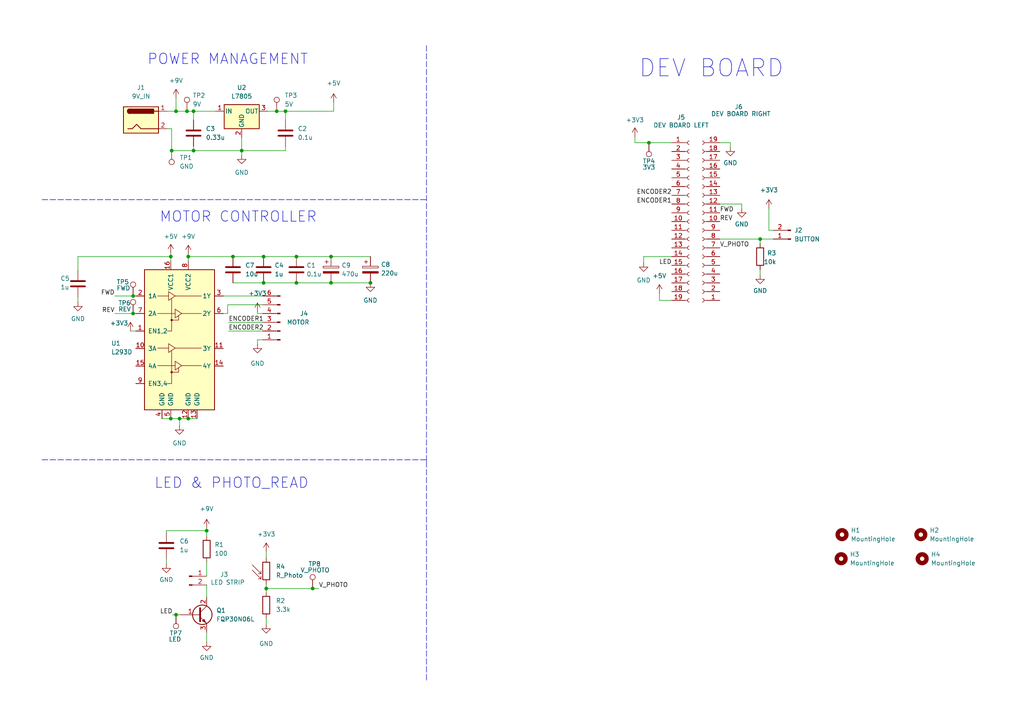
<source format=kicad_sch>
(kicad_sch (version 20211123) (generator eeschema)
  (paper "A4")
  (title_block (title "Smart Curtains") (date "2023-04-16") (rev "v2.0") (company "Davenport Konda Mauschbaugh Inc."))
  (lib_symbols
    (symbol "Connector:Barrel_Jack" (pin_names (offset 1.016))
      (property "Reference" "J" (at 0 5.334 0))
      (property "Value" "Barrel_Jack" (at 0 -5.08 0))
      (symbol "Barrel_Jack_0_1"
        (rectangle (start -5.08 3.81) (end 5.08 -3.81) (stroke (width 0.254)) (fill (type background)))
        (arc (start -3.302 3.175) (mid -3.937 2.54) (end -3.302 1.905) (stroke (width 0.254)))
        (arc (start -3.302 3.175) (mid -3.937 2.54) (end -3.302 1.905) (stroke (width 0.254)) (fill (type outline)))
        (polyline (pts (xy 5.08 2.54) (xy 3.81 2.54)) (stroke (width 0.254)))
        (polyline (pts (xy -3.81 -2.54) (xy -2.54 -2.54) (xy -1.27 -1.27) (xy 0 -2.54) (xy 2.54 -2.54) (xy 5.08 -2.54)) (stroke (width 0.254)))
        (rectangle (start 3.683 3.175) (end -3.302 1.905) (stroke (width 0.254)) (fill (type outline)))
      )
      (symbol "Barrel_Jack_1_1"
        (pin passive line (at 7.62 2.54 180) (length 2.54) (name "~") (number "1"))
        (pin passive line (at 7.62 -2.54 180) (length 2.54) (name "~") (number "2"))
      )
    )
    (symbol "Connector:Conn_01x02_Male" (pin_names (offset 1.016) hide)
      (property "Reference" "J" (at 0 2.54 0))
      (property "Value" "Conn_01x02_Male" (at 0 -5.08 0))
      (symbol "Conn_01x02_Male_1_1"
        (polyline (pts (xy 1.27 -2.54) (xy 0.8636 -2.54)) (stroke (width 0.1524)))
        (polyline (pts (xy 1.27 0) (xy 0.8636 0)) (stroke (width 0.1524)))
        (rectangle (start 0.8636 -2.413) (end 0 -2.667) (stroke (width 0.1524)) (fill (type outline)))
        (rectangle (start 0.8636 0.127) (end 0 -0.127) (stroke (width 0.1524)) (fill (type outline)))
        (pin passive line (at 5.08 0 180) (length 3.81) (name "Pin_1") (number "1"))
        (pin passive line (at 5.08 -2.54 180) (length 3.81) (name "Pin_2") (number "2"))
      )
    )
    (symbol "Connector:Conn_01x06_Male" (pin_names (offset 1.016) hide)
      (property "Reference" "J" (at 0 7.62 0))
      (property "Value" "Conn_01x06_Male" (at 0 -10.16 0))
      (symbol "Conn_01x06_Male_1_1"
        (polyline (pts (xy 1.27 -7.62) (xy 0.8636 -7.62)) (stroke (width 0.1524)))
        (polyline (pts (xy 1.27 -5.08) (xy 0.8636 -5.08)) (stroke (width 0.1524)))
        (polyline (pts (xy 1.27 -2.54) (xy 0.8636 -2.54)) (stroke (width 0.1524)))
        (polyline (pts (xy 1.27 0) (xy 0.8636 0)) (stroke (width 0.1524)))
        (polyline (pts (xy 1.27 2.54) (xy 0.8636 2.54)) (stroke (width 0.1524)))
        (polyline (pts (xy 1.27 5.08) (xy 0.8636 5.08)) (stroke (width 0.1524)))
        (rectangle (start 0.8636 -7.493) (end 0 -7.747) (stroke (width 0.1524)) (fill (type outline)))
        (rectangle (start 0.8636 -4.953) (end 0 -5.207) (stroke (width 0.1524)) (fill (type outline)))
        (rectangle (start 0.8636 -2.413) (end 0 -2.667) (stroke (width 0.1524)) (fill (type outline)))
        (rectangle (start 0.8636 0.127) (end 0 -0.127) (stroke (width 0.1524)) (fill (type outline)))
        (rectangle (start 0.8636 2.667) (end 0 2.413) (stroke (width 0.1524)) (fill (type outline)))
        (rectangle (start 0.8636 5.207) (end 0 4.953) (stroke (width 0.1524)) (fill (type outline)))
        (pin passive line (at 5.08 5.08 180) (length 3.81) (name "Pin_1") (number "1"))
        (pin passive line (at 5.08 2.54 180) (length 3.81) (name "Pin_2") (number "2"))
        (pin passive line (at 5.08 0 180) (length 3.81) (name "Pin_3") (number "3"))
        (pin passive line (at 5.08 -2.54 180) (length 3.81) (name "Pin_4") (number "4"))
        (pin passive line (at 5.08 -5.08 180) (length 3.81) (name "Pin_5") (number "5"))
        (pin passive line (at 5.08 -7.62 180) (length 3.81) (name "Pin_6") (number "6"))
      )
    )
    (symbol "Connector:Conn_01x19_Female" (pin_names (offset 1.016) hide)
      (property "Reference" "J" (at 0 25.4 0))
      (property "Value" "Conn_01x19_Female" (at 0 -25.4 0))
      (symbol "Conn_01x19_Female_1_1"
        (arc (start 0 -22.352) (mid -0.508 -22.86) (end 0 -23.368) (stroke (width 0.1524)))
        (arc (start 0 -19.812) (mid -0.508 -20.32) (end 0 -20.828) (stroke (width 0.1524)))
        (arc (start 0 -17.272) (mid -0.508 -17.78) (end 0 -18.288) (stroke (width 0.1524)))
        (arc (start 0 -14.732) (mid -0.508 -15.24) (end 0 -15.748) (stroke (width 0.1524)))
        (arc (start 0 -12.192) (mid -0.508 -12.7) (end 0 -13.208) (stroke (width 0.1524)))
        (arc (start 0 -9.652) (mid -0.508 -10.16) (end 0 -10.668) (stroke (width 0.1524)))
        (arc (start 0 -7.112) (mid -0.508 -7.62) (end 0 -8.128) (stroke (width 0.1524)))
        (arc (start 0 -4.572) (mid -0.508 -5.08) (end 0 -5.588) (stroke (width 0.1524)))
        (arc (start 0 -2.032) (mid -0.508 -2.54) (end 0 -3.048) (stroke (width 0.1524)))
        (polyline (pts (xy -1.27 -22.86) (xy -0.508 -22.86)) (stroke (width 0.1524)))
        (polyline (pts (xy -1.27 -20.32) (xy -0.508 -20.32)) (stroke (width 0.1524)))
        (polyline (pts (xy -1.27 -17.78) (xy -0.508 -17.78)) (stroke (width 0.1524)))
        (polyline (pts (xy -1.27 -15.24) (xy -0.508 -15.24)) (stroke (width 0.1524)))
        (polyline (pts (xy -1.27 -12.7) (xy -0.508 -12.7)) (stroke (width 0.1524)))
        (polyline (pts (xy -1.27 -10.16) (xy -0.508 -10.16)) (stroke (width 0.1524)))
        (polyline (pts (xy -1.27 -7.62) (xy -0.508 -7.62)) (stroke (width 0.1524)))
        (polyline (pts (xy -1.27 -5.08) (xy -0.508 -5.08)) (stroke (width 0.1524)))
        (polyline (pts (xy -1.27 -2.54) (xy -0.508 -2.54)) (stroke (width 0.1524)))
        (polyline (pts (xy -1.27 0) (xy -0.508 0)) (stroke (width 0.1524)))
        (polyline (pts (xy -1.27 2.54) (xy -0.508 2.54)) (stroke (width 0.1524)))
        (polyline (pts (xy -1.27 5.08) (xy -0.508 5.08)) (stroke (width 0.1524)))
        (polyline (pts (xy -1.27 7.62) (xy -0.508 7.62)) (stroke (width 0.1524)))
        (polyline (pts (xy -1.27 10.16) (xy -0.508 10.16)) (stroke (width 0.1524)))
        (polyline (pts (xy -1.27 12.7) (xy -0.508 12.7)) (stroke (width 0.1524)))
        (polyline (pts (xy -1.27 15.24) (xy -0.508 15.24)) (stroke (width 0.1524)))
        (polyline (pts (xy -1.27 17.78) (xy -0.508 17.78)) (stroke (width 0.1524)))
        (polyline (pts (xy -1.27 20.32) (xy -0.508 20.32)) (stroke (width 0.1524)))
        (polyline (pts (xy -1.27 22.86) (xy -0.508 22.86)) (stroke (width 0.1524)))
        (arc (start 0 0.508) (mid -0.508 0) (end 0 -0.508) (stroke (width 0.1524)))
        (arc (start 0 3.048) (mid -0.508 2.54) (end 0 2.032) (stroke (width 0.1524)))
        (arc (start 0 5.588) (mid -0.508 5.08) (end 0 4.572) (stroke (width 0.1524)))
        (arc (start 0 8.128) (mid -0.508 7.62) (end 0 7.112) (stroke (width 0.1524)))
        (arc (start 0 10.668) (mid -0.508 10.16) (end 0 9.652) (stroke (width 0.1524)))
        (arc (start 0 13.208) (mid -0.508 12.7) (end 0 12.192) (stroke (width 0.1524)))
        (arc (start 0 15.748) (mid -0.508 15.24) (end 0 14.732) (stroke (width 0.1524)))
        (arc (start 0 18.288) (mid -0.508 17.78) (end 0 17.272) (stroke (width 0.1524)))
        (arc (start 0 20.828) (mid -0.508 20.32) (end 0 19.812) (stroke (width 0.1524)))
        (arc (start 0 23.368) (mid -0.508 22.86) (end 0 22.352) (stroke (width 0.1524)))
        (pin passive line (at -5.08 22.86 0) (length 3.81) (name "Pin_1") (number "1"))
        (pin passive line (at -5.08 0 0) (length 3.81) (name "Pin_10") (number "10"))
        (pin passive line (at -5.08 -2.54 0) (length 3.81) (name "Pin_11") (number "11"))
        (pin passive line (at -5.08 -5.08 0) (length 3.81) (name "Pin_12") (number "12"))
        (pin passive line (at -5.08 -7.62 0) (length 3.81) (name "Pin_13") (number "13"))
        (pin passive line (at -5.08 -10.16 0) (length 3.81) (name "Pin_14") (number "14"))
        (pin passive line (at -5.08 -12.7 0) (length 3.81) (name "Pin_15") (number "15"))
        (pin passive line (at -5.08 -15.24 0) (length 3.81) (name "Pin_16") (number "16"))
        (pin passive line (at -5.08 -17.78 0) (length 3.81) (name "Pin_17") (number "17"))
        (pin passive line (at -5.08 -20.32 0) (length 3.81) (name "Pin_18") (number "18"))
        (pin passive line (at -5.08 -22.86 0) (length 3.81) (name "Pin_19") (number "19"))
        (pin passive line (at -5.08 20.32 0) (length 3.81) (name "Pin_2") (number "2"))
        (pin passive line (at -5.08 17.78 0) (length 3.81) (name "Pin_3") (number "3"))
        (pin passive line (at -5.08 15.24 0) (length 3.81) (name "Pin_4") (number "4"))
        (pin passive line (at -5.08 12.7 0) (length 3.81) (name "Pin_5") (number "5"))
        (pin passive line (at -5.08 10.16 0) (length 3.81) (name "Pin_6") (number "6"))
        (pin passive line (at -5.08 7.62 0) (length 3.81) (name "Pin_7") (number "7"))
        (pin passive line (at -5.08 5.08 0) (length 3.81) (name "Pin_8") (number "8"))
        (pin passive line (at -5.08 2.54 0) (length 3.81) (name "Pin_9") (number "9"))
      )
    )
    (symbol "Connector:TestPoint" (pin_numbers hide) (pin_names (offset 0.762) hide)
      (property "Reference" "TP" (at 0 6.858 0))
      (property "Value" "TestPoint" (at 0 5.08 0))
      (symbol "TestPoint_0_1"
        (circle (center 0 3.302) (radius 0.762))
      )
      (symbol "TestPoint_1_1"
        (pin passive line (at 0 0 90) (length 2.54) (name "1") (number "1"))
      )
    )
    (symbol "Device:C" (pin_numbers hide) (pin_names (offset 0.254))
      (property "Reference" "C" (at 0.635 2.54 0))
      (property "Value" "C" (at 0.635 -2.54 0))
      (symbol "C_0_1"
        (polyline (pts (xy -2.032 -0.762) (xy 2.032 -0.762)) (stroke (width 0.508)))
        (polyline (pts (xy -2.032 0.762) (xy 2.032 0.762)) (stroke (width 0.508)))
      )
      (symbol "C_1_1"
        (pin passive line (at 0 3.81 270) (length 2.794) (name "~") (number "1"))
        (pin passive line (at 0 -3.81 90) (length 2.794) (name "~") (number "2"))
      )
    )
    (symbol "Device:C_Polarized" (pin_numbers hide) (pin_names (offset 0.254))
      (property "Reference" "C" (at 0.635 2.54 0))
      (property "Value" "C_Polarized" (at 0.635 -2.54 0))
      (symbol "C_Polarized_0_1"
        (rectangle (start -2.286 0.508) (end 2.286 1.016))
        (polyline (pts (xy -1.778 2.286) (xy -0.762 2.286)))
        (polyline (pts (xy -1.27 2.794) (xy -1.27 1.778)))
        (rectangle (start 2.286 -0.508) (end -2.286 -1.016) (fill (type outline)))
      )
      (symbol "C_Polarized_1_1"
        (pin passive line (at 0 3.81 270) (length 2.794) (name "~") (number "1"))
        (pin passive line (at 0 -3.81 90) (length 2.794) (name "~") (number "2"))
      )
    )
    (symbol "Device:Q_NPN_BCE" (pin_names (offset 0) hide)
      (property "Reference" "Q" (at 5.08 1.27 0))
      (property "Value" "Q_NPN_BCE" (at 5.08 -1.27 0))
      (symbol "Q_NPN_BCE_0_1"
        (polyline (pts (xy 0.635 0.635) (xy 2.54 2.54)))
        (polyline (pts (xy 0.635 -0.635) (xy 2.54 -2.54) (xy 2.54 -2.54)))
        (polyline (pts (xy 0.635 1.905) (xy 0.635 -1.905) (xy 0.635 -1.905)) (stroke (width 0.508)))
        (polyline (pts (xy 1.27 -1.778) (xy 1.778 -1.27) (xy 2.286 -2.286) (xy 1.27 -1.778) (xy 1.27 -1.778)) (fill (type outline)))
        (circle (center 1.27 0) (radius 2.8194) (stroke (width 0.254)))
      )
      (symbol "Q_NPN_BCE_1_1"
        (pin input line (at -5.08 0 0) (length 5.715) (name "B") (number "1"))
        (pin passive line (at 2.54 5.08 270) (length 2.54) (name "C") (number "2"))
        (pin passive line (at 2.54 -5.08 90) (length 2.54) (name "E") (number "3"))
      )
    )
    (symbol "Device:R" (pin_numbers hide) (pin_names (offset 0))
      (property "Reference" "R" (at 2.032 0 90))
      (property "Value" "R" (at 0 0 90))
      (symbol "R_0_1"
        (rectangle (start -1.016 -2.54) (end 1.016 2.54) (stroke (width 0.254)))
      )
      (symbol "R_1_1"
        (pin passive line (at 0 3.81 270) (length 1.27) (name "~") (number "1"))
        (pin passive line (at 0 -3.81 90) (length 1.27) (name "~") (number "2"))
      )
    )
    (symbol "Device:R_Photo" (pin_numbers hide) (pin_names (offset 0))
      (property "Reference" "R" (at 1.27 1.27 0))
      (property "Value" "R_Photo" (at 1.27 0 0))
      (symbol "R_Photo_0_1"
        (rectangle (start -1.016 2.54) (end 1.016 -2.54) (stroke (width 0.254)))
        (polyline (pts (xy -1.524 -2.286) (xy -4.064 0.254)))
        (polyline (pts (xy -1.524 -2.286) (xy -2.286 -2.286)))
        (polyline (pts (xy -1.524 -2.286) (xy -1.524 -1.524)))
        (polyline (pts (xy -1.524 -0.762) (xy -4.064 1.778)))
        (polyline (pts (xy -1.524 -0.762) (xy -2.286 -0.762)))
        (polyline (pts (xy -1.524 -0.762) (xy -1.524 0)))
      )
      (symbol "R_Photo_1_1"
        (pin passive line (at 0 3.81 270) (length 1.27) (name "~") (number "1"))
        (pin passive line (at 0 -3.81 90) (length 1.27) (name "~") (number "2"))
      )
    )
    (symbol "Driver_Motor:L293D" (pin_names (offset 1.016))
      (property "Reference" "U" (at -5.08 26.035 0))
      (property "Value" "L293D" (at -5.08 24.13 0))
      (symbol "L293D_0_1"
        (rectangle (start -10.16 22.86) (end 10.16 -17.78) (stroke (width 0.254)) (fill (type background)))
        (circle (center -2.286 -6.858) (radius 0.254) (fill (type outline)))
        (circle (center -2.286 8.255) (radius 0.254) (fill (type outline)))
        (polyline (pts (xy -6.35 -4.953) (xy -1.27 -4.953)))
        (polyline (pts (xy -6.35 0.127) (xy -3.175 0.127)))
        (polyline (pts (xy -6.35 10.16) (xy -1.27 10.16)))
        (polyline (pts (xy -6.35 15.24) (xy -3.175 15.24)))
        (polyline (pts (xy -1.27 0.127) (xy 6.35 0.127)))
        (polyline (pts (xy -1.27 15.24) (xy 6.35 15.24)))
        (polyline (pts (xy 0.635 -4.953) (xy 6.35 -4.953)))
        (polyline (pts (xy 0.635 10.16) (xy 6.35 10.16)))
        (polyline (pts (xy -2.286 -6.858) (xy -0.254 -6.858) (xy -0.254 -5.588)))
        (polyline (pts (xy -2.286 -0.635) (xy -2.286 -10.16) (xy -3.556 -10.16)))
        (polyline (pts (xy -2.286 8.255) (xy -0.254 8.255) (xy -0.254 9.525)))
        (polyline (pts (xy -2.286 14.478) (xy -2.286 5.08) (xy -3.556 5.08)))
        (polyline (pts (xy -3.175 1.397) (xy -3.175 -1.143) (xy -1.27 0.127) (xy -3.175 1.397)))
        (polyline (pts (xy -3.175 16.51) (xy -3.175 13.97) (xy -1.27 15.24) (xy -3.175 16.51)))
        (polyline (pts (xy -1.27 -3.683) (xy -1.27 -6.223) (xy 0.635 -4.953) (xy -1.27 -3.683)))
        (polyline (pts (xy -1.27 11.43) (xy -1.27 8.89) (xy 0.635 10.16) (xy -1.27 11.43)))
      )
      (symbol "L293D_1_1"
        (pin input line (at -12.7 5.08 0) (length 2.54) (name "EN1,2") (number "1"))
        (pin input line (at -12.7 0 0) (length 2.54) (name "3A") (number "10"))
        (pin output line (at 12.7 0 180) (length 2.54) (name "3Y") (number "11"))
        (pin power_in line (at 2.54 -20.32 90) (length 2.54) (name "GND") (number "12"))
        (pin power_in line (at 5.08 -20.32 90) (length 2.54) (name "GND") (number "13"))
        (pin output line (at 12.7 -5.08 180) (length 2.54) (name "4Y") (number "14"))
        (pin input line (at -12.7 -5.08 0) (length 2.54) (name "4A") (number "15"))
        (pin power_in line (at -2.54 25.4 270) (length 2.54) (name "VCC1") (number "16"))
        (pin input line (at -12.7 15.24 0) (length 2.54) (name "1A") (number "2"))
        (pin output line (at 12.7 15.24 180) (length 2.54) (name "1Y") (number "3"))
        (pin power_in line (at -5.08 -20.32 90) (length 2.54) (name "GND") (number "4"))
        (pin power_in line (at -2.54 -20.32 90) (length 2.54) (name "GND") (number "5"))
        (pin output line (at 12.7 10.16 180) (length 2.54) (name "2Y") (number "6"))
        (pin input line (at -12.7 10.16 0) (length 2.54) (name "2A") (number "7"))
        (pin power_in line (at 2.54 25.4 270) (length 2.54) (name "VCC2") (number "8"))
        (pin input line (at -12.7 -10.16 0) (length 2.54) (name "EN3,4") (number "9"))
      )
    )
    (symbol "Mechanical:MountingHole" (pin_names (offset 1.016))
      (property "Reference" "H" (at 0 5.08 0))
      (property "Value" "MountingHole" (at 0 3.175 0))
      (symbol "MountingHole_0_1"
        (circle (center 0 0) (radius 1.27) (stroke (width 1.27)))
      )
    )
    (symbol "Regulator_Linear:L7805" (pin_names (offset 0.254))
      (property "Reference" "U" (at -3.81 3.175 0))
      (property "Value" "L7805" (at 0 3.175 0))
      (symbol "L7805_0_1"
        (rectangle (start -5.08 1.905) (end 5.08 -5.08) (stroke (width 0.254)) (fill (type background)))
      )
      (symbol "L7805_1_1"
        (pin power_in line (at -7.62 0 0) (length 2.54) (name "IN") (number "1"))
        (pin power_in line (at 0 -7.62 90) (length 2.54) (name "GND") (number "2"))
        (pin power_out line (at 7.62 0 180) (length 2.54) (name "OUT") (number "3"))
      )
    )
    (symbol "power:+3V3" (power) (pin_names (offset 0))
      (property "Value" "+3V3" (at 0 3.556 0))
      (symbol "+3V3_0_1"
        (polyline (pts (xy -0.762 1.27) (xy 0 2.54)))
        (polyline (pts (xy 0 0) (xy 0 2.54)))
        (polyline (pts (xy 0 2.54) (xy 0.762 1.27)))
      )
      (symbol "+3V3_1_1"
        (pin power_in line (at 0 0 90) (length 0) hide (name "+3V3") (number "1"))
      )
    )
    (symbol "power:+5V" (power) (pin_names (offset 0))
      (property "Value" "+5V" (at 0 3.556 0))
      (symbol "+5V_0_1"
        (polyline (pts (xy -0.762 1.27) (xy 0 2.54)))
        (polyline (pts (xy 0 0) (xy 0 2.54)))
        (polyline (pts (xy 0 2.54) (xy 0.762 1.27)))
      )
      (symbol "+5V_1_1"
        (pin power_in line (at 0 0 90) (length 0) hide (name "+5V") (number "1"))
      )
    )
    (symbol "power:+9V" (power) (pin_names (offset 0))
      (property "Value" "+9V" (at 0 3.556 0))
      (symbol "+9V_0_1"
        (polyline (pts (xy -0.762 1.27) (xy 0 2.54)))
        (polyline (pts (xy 0 0) (xy 0 2.54)))
        (polyline (pts (xy 0 2.54) (xy 0.762 1.27)))
      )
      (symbol "+9V_1_1"
        (pin power_in line (at 0 0 90) (length 0) hide (name "+9V") (number "1"))
      )
    )
    (symbol "power:GND" (power) (pin_names (offset 0))
      (property "Value" "GND" (at 0 -3.81 0))
      (symbol "GND_0_1"
        (polyline (pts (xy 0 0) (xy 0 -1.27) (xy 1.27 -1.27) (xy 0 -2.54) (xy -1.27 -1.27) (xy 0 -1.27)))
      )
      (symbol "GND_1_1"
        (pin power_in line (at 0 0 270) (length 0) hide (name "GND") (number "1"))
      )
    )
  )
  (junction (at 51.054 32.258))
  (junction (at 70.104 43.688))
  (junction (at 85.979 74.422))
  (junction (at 85.979 82.042))
  (junction (at 54.61 74.422))
  (junction (at 52.07 121.412))
  (junction (at 54.229 32.258))
  (junction (at 67.564 74.422))
  (junction (at 59.944 153.924))
  (junction (at 96.012 82.042))
  (junction (at 220.472 69.342))
  (junction (at 49.53 74.422))
  (junction (at 38.608 85.852))
  (junction (at 38.608 90.932))
  (junction (at 96.012 74.422))
  (junction (at 56.134 43.688))
  (junction (at 77.216 170.688))
  (junction (at 49.53 121.412))
  (junction (at 76.454 74.422))
  (junction (at 54.61 121.412))
  (junction (at 49.784 43.688))
  (junction (at 82.804 32.258))
  (junction (at 80.264 32.258))
  (junction (at 56.134 32.258))
  (junction (at 188.214 41.402))
  (junction (at 51.054 178.308))
  (junction (at 107.442 82.042))
  (junction (at 76.454 82.042))
  (junction (at 90.678 170.688))
  (wire (pts (xy 76.454 82.042) (xy 85.979 82.042)))
  (wire (pts (xy 194.818 41.402) (xy 188.214 41.402)))
  (wire (pts (xy 82.804 32.258) (xy 82.804 34.798)))
  (wire (pts (xy 96.012 82.042) (xy 107.442 82.042)))
  (wire (pts (xy 33.274 90.932) (xy 38.608 90.932)))
  (wire (pts (xy 54.61 73.66) (xy 54.61 74.422)))
  (polyline (pts (xy 12.192 57.912) (xy 123.698 57.912)))
  (wire (pts (xy 70.104 43.688) (xy 70.104 44.958)))
  (wire (pts (xy 77.216 169.418) (xy 77.216 170.688)))
  (wire (pts (xy 59.944 169.672) (xy 59.944 173.228)))
  (wire (pts (xy 184.15 39.624) (xy 184.15 41.402)))
  (wire (pts (xy 215.138 59.182) (xy 215.138 60.452)))
  (wire (pts (xy 208.788 59.182) (xy 215.138 59.182)))
  (wire (pts (xy 191.262 85.09) (xy 191.262 87.122)))
  (wire (pts (xy 76.454 74.422) (xy 85.979 74.422)))
  (wire (pts (xy 59.944 153.162) (xy 59.944 153.924)))
  (wire (pts (xy 59.944 153.924) (xy 59.944 155.448)))
  (wire (pts (xy 85.979 74.422) (xy 96.012 74.422)))
  (wire (pts (xy 223.012 60.452) (xy 223.012 66.802)))
  (wire (pts (xy 50.038 178.308) (xy 51.054 178.308)))
  (wire (pts (xy 38.608 85.852) (xy 39.37 85.852)))
  (wire (pts (xy 52.07 121.412) (xy 54.61 121.412)))
  (wire (pts (xy 208.788 69.342) (xy 220.472 69.342)))
  (wire (pts (xy 56.134 43.688) (xy 70.104 43.688)))
  (wire (pts (xy 54.61 121.412) (xy 57.15 121.412)))
  (wire (pts (xy 59.944 183.388) (xy 59.944 186.182)))
  (wire (pts (xy 186.69 74.422) (xy 186.69 76.2)))
  (wire (pts (xy 224.282 66.802) (xy 223.012 66.802)))
  (wire (pts (xy 54.61 74.422) (xy 54.61 75.692)))
  (wire (pts (xy 46.99 121.412) (xy 49.53 121.412)))
  (wire (pts (xy 70.104 43.688) (xy 82.804 43.688)))
  (wire (pts (xy 56.134 32.258) (xy 62.484 32.258)))
  (wire (pts (xy 194.818 74.422) (xy 186.69 74.422)))
  (wire (pts (xy 48.26 153.924) (xy 59.944 153.924)))
  (wire (pts (xy 48.26 162.052) (xy 48.26 163.576)))
  (wire (pts (xy 220.472 69.342) (xy 220.472 70.612)))
  (wire (pts (xy 82.804 42.418) (xy 82.804 43.688)))
  (wire (pts (xy 76.2 98.552) (xy 74.676 98.552)))
  (wire (pts (xy 82.804 32.258) (xy 96.774 32.258)))
  (wire (pts (xy 66.04 90.932) (xy 64.77 90.932)))
  (wire (pts (xy 90.678 170.688) (xy 92.456 170.688)))
  (wire (pts (xy 56.134 42.418) (xy 56.134 43.688)))
  (wire (pts (xy 48.514 32.258) (xy 51.054 32.258)))
  (wire (pts (xy 64.77 85.852) (xy 76.2 85.852)))
  (wire (pts (xy 38.608 90.932) (xy 39.37 90.932)))
  (wire (pts (xy 48.26 154.432) (xy 48.26 153.924)))
  (wire (pts (xy 77.216 160.02) (xy 77.216 161.798)))
  (wire (pts (xy 51.054 32.258) (xy 54.229 32.258)))
  (wire (pts (xy 33.274 85.852) (xy 38.608 85.852)))
  (wire (pts (xy 54.61 74.422) (xy 67.564 74.422)))
  (wire (pts (xy 211.836 41.402) (xy 211.836 42.672)))
  (wire (pts (xy 208.788 41.402) (xy 211.836 41.402)))
  (wire (pts (xy 96.012 74.422) (xy 107.442 74.422)))
  (wire (pts (xy 66.04 88.392) (xy 76.2 88.392)))
  (wire (pts (xy 188.214 41.402) (xy 184.15 41.402)))
  (wire (pts (xy 74.676 98.552) (xy 74.676 99.822)))
  (wire (pts (xy 74.676 90.424) (xy 74.676 90.932)))
  (wire (pts (xy 49.53 73.406) (xy 49.53 74.422)))
  (wire (pts (xy 85.979 82.042) (xy 96.012 82.042)))
  (wire (pts (xy 77.724 32.258) (xy 80.264 32.258)))
  (wire (pts (xy 48.514 37.338) (xy 49.784 37.338)))
  (wire (pts (xy 54.229 32.258) (xy 56.134 32.258)))
  (wire (pts (xy 77.216 179.324) (xy 77.216 181.102)))
  (wire (pts (xy 66.294 93.472) (xy 76.2 93.472)))
  (polyline (pts (xy 377.571 34.798) (xy 378.206 34.798)))
  (wire (pts (xy 80.264 32.258) (xy 82.804 32.258)))
  (wire (pts (xy 66.04 88.392) (xy 66.04 90.932)))
  (wire (pts (xy 51.054 178.308) (xy 52.324 178.308)))
  (wire (pts (xy 52.07 121.412) (xy 52.07 123.444)))
  (wire (pts (xy 220.472 78.232) (xy 220.472 79.756)))
  (wire (pts (xy 77.216 170.688) (xy 90.678 170.688)))
  (polyline (pts (xy 12.192 133.35) (xy 123.698 133.35)))
  (wire (pts (xy 49.784 43.688) (xy 56.134 43.688)))
  (polyline (pts (xy 123.698 13.208) (xy 123.698 133.858)))
  (wire (pts (xy 49.784 37.338) (xy 49.784 43.688)))
  (wire (pts (xy 49.53 74.422) (xy 49.53 75.692)))
  (wire (pts (xy 67.564 82.042) (xy 76.454 82.042)))
  (wire (pts (xy 191.262 87.122) (xy 194.818 87.122)))
  (wire (pts (xy 49.53 121.412) (xy 52.07 121.412)))
  (wire (pts (xy 59.944 163.068) (xy 59.944 167.132)))
  (wire (pts (xy 22.606 74.422) (xy 22.606 78.486)))
  (wire (pts (xy 77.216 170.688) (xy 77.216 171.704)))
  (wire (pts (xy 37.846 96.012) (xy 39.37 96.012)))
  (wire (pts (xy 96.774 29.718) (xy 96.774 32.258)))
  (wire (pts (xy 70.104 39.878) (xy 70.104 43.688)))
  (wire (pts (xy 22.606 86.106) (xy 22.606 87.63)))
  (polyline (pts (xy 123.698 133.858) (xy 123.698 197.358)))
  (wire (pts (xy 76.2 90.932) (xy 74.676 90.932)))
  (wire (pts (xy 67.564 74.422) (xy 76.454 74.422)))
  (wire (pts (xy 56.134 32.258) (xy 56.134 34.798)))
  (wire (pts (xy 51.054 28.448) (xy 51.054 32.258)))
  (wire (pts (xy 66.294 96.012) (xy 76.2 96.012)))
  (wire (pts (xy 22.606 74.422) (xy 49.53 74.422)))
  (wire (pts (xy 220.472 69.342) (xy 224.282 69.342)))
  (text "LED & PHOTO_READ" (at 44.704 141.986 0) (effects (font (size 3 3)) (justify left bottom)))
  (text "POWER MANAGEMENT" (at 42.672 19.05 0) (effects (font (size 3 3)) (justify left bottom)))
  (text "DEV BOARD" (at 185.166 22.86 0) (effects (font (size 5 5)) (justify left bottom)))
  (text "MOTOR CONTROLLER" (at 46.228 64.77 0) (effects (font (size 3 3)) (justify left bottom)))
  (label "FWD" (at 33.274 85.852 180))
  (label "FWD" (at 208.788 61.722 0))
  (label "V_PHOTO" (at 208.788 71.882 0))
  (label "ENCODER1" (at 66.294 93.472 0))
  (label "LED" (at 194.818 76.962 180))
  (label "ENCODER1" (at 194.818 59.182 180))
  (label "ENCODER2" (at 194.818 56.642 180))
  (label "REV" (at 208.788 64.262 0))
  (label "ENCODER2" (at 66.294 96.012 0))
  (label "V_PHOTO" (at 92.456 170.688 0))
  (label "REV" (at 33.274 90.932 180))
  (label "LED" (at 50.038 178.308 180))
  (symbol (lib_id "power:GND") (at 70.104 44.958 0) (unit 1)
    (property "Reference" "#PWR026" (effects hide))
    (property "Value" "GND" (at 70.104 50.038 0))
  )
  (symbol (lib_id "power:GND") (at 77.216 181.102 0) (unit 1)
    (property "Reference" "#PWR012" (effects hide))
    (property "Value" "GND" (at 77.216 186.69 0))
  )
  (symbol (lib_id "power:GND") (at 22.606 87.63 0) (unit 1)
    (property "Reference" "#PWR02" (effects hide))
    (property "Value" "GND" (at 22.606 92.456 0))
  )
  (symbol (lib_id "power:GND") (at 186.69 76.2 0) (unit 1)
    (property "Reference" "#PWR0104" (effects hide))
    (property "Value" "GND" (at 186.69 81.28 0))
  )
  (symbol (lib_id "Device:C_Polarized") (at 107.442 78.232 0) (unit 1)
    (property "Reference" "C8" (at 110.49 76.708 0) (effects (justify left)))
    (property "Value" "220u" (at 110.49 79.248 0) (effects (justify left)))
    (property "Footprint" "Capacitor_THT:CP_Radial_D8.0mm_P3.50mm" (effects hide))
  )
  (symbol (lib_id "Device:C_Polarized") (at 96.012 78.232 0) (unit 1)
    (property "Reference" "C9" (at 99.06 76.962 0) (effects (justify left)))
    (property "Value" "470u" (at 99.06 79.502 0) (effects (justify left)))
    (property "Footprint" "Capacitor_THT:CP_Radial_D10.0mm_P5.00mm" (effects hide))
  )
  (symbol (lib_id "Connector:TestPoint") (at 51.054 178.308 180) (unit 1)
    (property "Reference" "TP7" (at 52.832 183.642 0) (effects (justify left)))
    (property "Value" "LED" (at 52.578 185.42 0) (effects (justify left)))
    (property "Footprint" "TestPoint:TestPoint_Pad_2.5x2.5mm" (effects hide))
  )
  (symbol (lib_id "Connector:TestPoint") (at 54.229 32.258 0) (unit 1)
    (property "Reference" "TP2" (at 55.88 27.6859 0) (effects (justify left)))
    (property "Value" "9V" (at 55.88 30.2259 0) (effects (justify left)))
    (property "Footprint" "TestPoint:TestPoint_Pad_2.5x2.5mm" (effects hide))
  )
  (symbol (lib_id "power:+3V3") (at 184.15 39.624 0) (unit 1)
    (property "Reference" "#PWR017" (effects hide))
    (property "Value" "+3V3" (at 184.15 34.798 0))
  )
  (symbol (lib_id "Mechanical:MountingHole") (at 267.081 155.067 0) (unit 1)
    (property "Reference" "H2" (at 269.621 153.7969 0) (effects (justify left)))
    (property "Value" "MountingHole" (at 269.621 156.337 0) (effects (justify left)))
    (property "Footprint" "MountingHole:MountingHole_3.2mm_M3" (effects hide))
  )
  (symbol (lib_id "Mechanical:MountingHole") (at 243.967 162.052 0) (unit 1)
    (property "Reference" "H3" (at 246.507 160.7819 0) (effects (justify left)))
    (property "Value" "MountingHole" (at 246.507 163.3219 0) (effects (justify left)))
    (property "Footprint" "MountingHole:MountingHole_3.2mm_M3" (effects hide))
  )
  (symbol (lib_id "Regulator_Linear:L7805") (at 70.104 32.258 0) (unit 1)
    (property "Reference" "U2" (at 70.104 25.4 0))
    (property "Value" "L7805" (at 70.104 27.94 0))
    (property "Footprint" "Package_TO_SOT_THT:TO-220-3_Vertical" (effects hide))
    (property "Datasheet" "http://www.st.com/content/ccc/resource/technical/document/datasheet/41/4f/b3/b0/12/d4/47/88/CD00000444.pdf/files/CD00000444.pdf/jcr:content/translations/en.CD00000444.pdf" (effects hide))
  )
  (symbol (lib_id "Driver_Motor:L293D") (at 52.07 101.092 0) (unit 1)
    (property "Reference" "U1" (at 32.258 99.568 0) (effects (justify left)))
    (property "Value" "L293D" (at 32.258 102.108 0) (effects (justify left)))
    (property "Footprint" "Package_DIP:DIP-16_W7.62mm" (effects hide))
    (property "Datasheet" "http://www.ti.com/lit/ds/symlink/l293.pdf" (effects hide))
  )
  (symbol (lib_id "Connector:Barrel_Jack") (at 40.894 34.798 0) (unit 1)
    (property "Reference" "J1" (at 40.894 25.4 0))
    (property "Value" "9V_IN" (at 40.894 27.94 0))
    (property "Footprint" "Connector_BarrelJack:BarrelJack_CUI_PJ-102AH_Horizontal" (effects hide))
  )
  (symbol (lib_id "Device:C") (at 82.804 38.608 0) (unit 1)
    (property "Reference" "C2" (at 86.36 37.3379 0) (effects (justify left)))
    (property "Value" "0.1u" (at 86.36 39.8779 0) (effects (justify left)))
    (property "Footprint" "Capacitor_SMD:C_0805_2012Metric_Pad1.18x1.45mm_HandSolder" (effects hide))
  )
  (symbol (lib_id "power:GND") (at 211.836 42.672 0) (unit 1)
    (property "Reference" "#PWR015" (effects hide))
    (property "Value" "GND" (at 211.836 47.244 0))
  )
  (symbol (lib_id "Device:C") (at 76.454 78.232 0) (unit 1)
    (property "Reference" "C4" (at 79.629 76.9619 0) (effects (justify left)))
    (property "Value" "1u" (at 79.629 79.5019 0) (effects (justify left)))
    (property "Footprint" "Capacitor_SMD:C_0805_2012Metric_Pad1.18x1.45mm_HandSolder" (effects hide))
  )
  (symbol (lib_id "power:GND") (at 74.676 99.822 0) (unit 1)
    (property "Reference" "#PWR010" (effects hide))
    (property "Value" "GND" (at 74.676 105.41 0))
  )
  (symbol (lib_id "Device:C") (at 22.606 82.296 180) (unit 1)
    (property "Reference" "C5" (at 17.526 80.772 0) (effects (justify right)))
    (property "Value" "1u" (at 17.526 83.312 0) (effects (justify right)))
    (property "Footprint" "Capacitor_SMD:C_0805_2012Metric_Pad1.18x1.45mm_HandSolder" (effects hide))
  )
  (symbol (lib_id "Device:C") (at 67.564 78.232 0) (unit 1)
    (property "Reference" "C7" (at 71.12 76.9619 0) (effects (justify left)))
    (property "Value" "10u" (at 71.12 79.5019 0) (effects (justify left)))
    (property "Footprint" "Capacitor_SMD:C_0805_2012Metric_Pad1.18x1.45mm_HandSolder" (effects hide))
  )
  (symbol (lib_id "power:+9V") (at 51.054 28.448 0) (unit 1)
    (property "Reference" "#PWR025" (effects hide))
    (property "Value" "+9V" (at 51.054 23.368 0))
  )
  (symbol (lib_id "Mechanical:MountingHole") (at 244.221 155.067 0) (unit 1)
    (property "Reference" "H1" (at 246.761 153.7969 0) (effects (justify left)))
    (property "Value" "MountingHole" (at 246.761 156.3369 0) (effects (justify left)))
    (property "Footprint" "MountingHole:MountingHole_3.2mm_M3" (effects hide))
  )
  (symbol (lib_id "power:GND") (at 215.138 60.452 0) (unit 1)
    (property "Reference" "#PWR0101" (effects hide))
    (property "Value" "GND" (at 215.138 65.024 0))
  )
  (symbol (lib_id "Connector:TestPoint") (at 188.214 41.402 180) (unit 1)
    (property "Reference" "TP4" (at 188.214 46.736 0))
    (property "Value" "3V3" (at 188.214 48.514 0))
    (property "Footprint" "TestPoint:TestPoint_Pad_2.5x2.5mm" (effects hide))
  )
  (symbol (lib_id "Connector:Conn_01x06_Male") (at 81.28 93.472 180) (unit 1)
    (property "Reference" "J4" (at 86.995 90.9319 0) (effects (justify right)))
    (property "Value" "MOTOR" (at 83.185 93.4719 0) (effects (justify right)))
    (property "Footprint" "Connector_Molex:Molex_KK-254_AE-6410-06A_1x06_P2.54mm_Vertical" (effects hide))
  )
  (symbol (lib_id "power:+9V") (at 59.944 153.162 0) (unit 1)
    (property "Reference" "#PWR07" (effects hide))
    (property "Value" "+9V" (at 59.944 147.574 0))
  )
  (symbol (lib_id "power:+3V3") (at 37.846 96.012 0) (unit 1)
    (property "Reference" "#PWR03" (effects hide))
    (property "Value" "+3V3" (at 34.544 93.726 0))
  )
  (symbol (lib_id "Mechanical:MountingHole") (at 267.462 162.052 0) (unit 1)
    (property "Reference" "H4" (at 270.002 160.7819 0) (effects (justify left)))
    (property "Value" "MountingHole" (at 270.002 163.3219 0) (effects (justify left)))
    (property "Footprint" "MountingHole:MountingHole_3.2mm_M3" (effects hide))
  )
  (symbol (lib_id "power:+5V") (at 49.53 73.406 0) (unit 1)
    (property "Reference" "#PWR05" (effects hide))
    (property "Value" "+5V" (at 49.53 68.58 0))
  )
  (symbol (lib_id "Connector:Conn_01x19_Female") (at 203.708 64.262 180) (unit 1)
    (property "Reference" "J6" (at 214.249 30.988 0))
    (property "Value" "DEV BOARD RIGHT" (at 214.884 33.02 0))
    (property "Footprint" "Connector_PinSocket_2.54mm:PinSocket_1x19_P2.54mm_Vertical" (effects hide))
  )
  (symbol (lib_id "Connector:TestPoint") (at 38.608 90.932 0) (unit 1)
    (property "Reference" "TP6" (at 34.29 87.884 0) (effects (justify left)))
    (property "Value" "REV" (at 34.29 89.662 0) (effects (justify left)))
    (property "Footprint" "TestPoint:TestPoint_Pad_2.5x2.5mm" (effects hide))
  )
  (symbol (lib_id "Connector:TestPoint") (at 49.784 43.688 180) (unit 1)
    (property "Reference" "TP1" (at 52.07 45.7199 0) (effects (justify right)))
    (property "Value" "GND" (at 52.07 48.2599 0) (effects (justify right)))
    (property "Footprint" "TestPoint:TestPoint_Pad_2.5x2.5mm" (effects hide))
  )
  (symbol (lib_id "power:GND") (at 48.26 163.576 0) (unit 1)
    (property "Reference" "#PWR04" (effects hide))
    (property "Value" "GND" (at 48.26 168.148 0))
  )
  (symbol (lib_id "Device:C") (at 56.134 38.608 0) (unit 1)
    (property "Reference" "C3" (at 59.69 37.3379 0) (effects (justify left)))
    (property "Value" "0.33u" (at 59.69 39.8779 0) (effects (justify left)))
    (property "Footprint" "Capacitor_SMD:C_0805_2012Metric_Pad1.18x1.45mm_HandSolder" (effects hide))
  )
  (symbol (lib_id "Device:Q_NPN_BCE") (at 57.404 178.308 0) (unit 1)
    (property "Reference" "Q1" (at 62.738 177.0379 0) (effects (justify left)))
    (property "Value" "FQP30N06L" (at 62.738 179.5779 0) (effects (justify left)))
    (property "Footprint" "Package_TO_SOT_THT:TO-220-3_Vertical" (effects hide))
  )
  (symbol (lib_id "power:GND") (at 107.442 82.042 0) (unit 1)
    (property "Reference" "#PWR0103" (effects hide))
    (property "Value" "GND" (at 107.442 87.122 0))
  )
  (symbol (lib_id "Device:R") (at 59.944 159.258 0) (unit 1)
    (property "Reference" "R1" (at 62.23 157.9879 0) (effects (justify left)))
    (property "Value" "100" (at 62.23 160.5279 0) (effects (justify left)))
    (property "Footprint" "Resistor_SMD:R_0805_2012Metric_Pad1.20x1.40mm_HandSolder" (effects hide))
  )
  (symbol (lib_id "power:+5V") (at 191.262 85.09 0) (unit 1)
    (property "Reference" "#PWR018" (effects hide))
    (property "Value" "+5V" (at 191.262 80.01 0))
  )
  (symbol (lib_id "Device:C") (at 48.26 158.242 0) (unit 1)
    (property "Reference" "C6" (at 52.07 156.9719 0) (effects (justify left)))
    (property "Value" "1u" (at 52.07 159.5119 0) (effects (justify left)))
    (property "Footprint" "Capacitor_SMD:C_0805_2012Metric_Pad1.18x1.45mm_HandSolder" (effects hide))
  )
  (symbol (lib_id "Connector:Conn_01x19_Female") (at 199.898 64.262 0) (unit 1)
    (property "Reference" "J5" (at 196.342 34.036 0) (effects (justify left)))
    (property "Value" "DEV BOARD LEFT" (at 189.484 36.322 0) (effects (justify left)))
    (property "Footprint" "Connector_PinSocket_2.54mm:PinSocket_1x19_P2.54mm_Vertical" (effects hide))
  )
  (symbol (lib_id "Connector:TestPoint") (at 80.264 32.258 0) (unit 1)
    (property "Reference" "TP3" (at 82.55 27.6859 0) (effects (justify left)))
    (property "Value" "5V" (at 82.55 30.2259 0) (effects (justify left)))
    (property "Footprint" "TestPoint:TestPoint_Pad_2.5x2.5mm" (effects hide))
  )
  (symbol (lib_id "Device:C") (at 85.979 78.232 0) (unit 1)
    (property "Reference" "C1" (at 88.9 76.9619 0) (effects (justify left)))
    (property "Value" "0.1u" (at 88.9 79.5019 0) (effects (justify left)))
    (property "Footprint" "Capacitor_SMD:C_0805_2012Metric_Pad1.18x1.45mm_HandSolder" (effects hide))
  )
  (symbol (lib_id "power:GND") (at 220.472 79.756 0) (unit 1)
    (property "Reference" "#PWR0102" (effects hide))
    (property "Value" "GND" (at 220.472 84.328 0))
  )
  (symbol (lib_id "power:+3V3") (at 74.676 90.424 0) (unit 1)
    (property "Reference" "#PWR09" (effects hide))
    (property "Value" "+3V3" (at 74.676 85.09 0))
  )
  (symbol (lib_id "power:+9V") (at 54.61 73.66 0) (unit 1)
    (property "Reference" "#PWR06" (effects hide))
    (property "Value" "+9V" (at 54.61 68.58 0))
  )
  (symbol (lib_id "Connector:Conn_01x02_Male") (at 54.864 167.132 0) (unit 1)
    (property "Reference" "J3" (at 65.024 166.624 0))
    (property "Value" "LED STRIP" (at 66.04 168.91 0))
    (property "Footprint" "Connector_Molex:Molex_KK-254_AE-6410-02A_1x02_P2.54mm_Vertical" (effects hide))
  )
  (symbol (lib_id "Device:R") (at 220.472 74.422 0) (unit 1)
    (property "Reference" "R3" (at 225.171 73.406 0) (effects (justify right)))
    (property "Value" "10k" (at 225.171 75.946 0) (effects (justify right)))
    (property "Footprint" "Resistor_SMD:R_0805_2012Metric_Pad1.20x1.40mm_HandSolder" (effects hide))
  )
  (symbol (lib_id "power:+3V3") (at 77.216 160.02 0) (unit 1)
    (property "Reference" "#PWR011" (effects hide))
    (property "Value" "+3V3" (at 77.216 154.94 0))
  )
  (symbol (lib_id "power:GND") (at 52.07 123.444 0) (unit 1)
    (property "Reference" "#PWR01" (effects hide))
    (property "Value" "GND" (at 52.07 128.524 0))
  )
  (symbol (lib_id "power:+5V") (at 96.774 29.718 0) (unit 1)
    (property "Reference" "#PWR013" (effects hide))
    (property "Value" "+5V" (at 96.774 24.13 0))
  )
  (symbol (lib_id "Connector:TestPoint") (at 38.608 85.852 0) (unit 1)
    (property "Reference" "TP5" (at 33.782 81.788 0) (effects (justify left)))
    (property "Value" "FWD" (at 33.782 83.566 0) (effects (justify left)))
    (property "Footprint" "TestPoint:TestPoint_Pad_2.5x2.5mm" (effects hide))
  )
  (symbol (lib_id "Connector:TestPoint") (at 90.678 170.688 0) (unit 1)
    (property "Reference" "TP8" (at 89.408 163.576 0) (effects (justify left)))
    (property "Value" "V_PHOTO" (at 87.122 165.354 0) (effects (justify left)))
    (property "Footprint" "TestPoint:TestPoint_Pad_2.5x2.5mm" (effects hide))
  )
  (symbol (lib_id "Connector:Conn_01x02_Male") (at 229.362 69.342 180) (unit 1)
    (property "Reference" "J2" (at 230.378 66.8019 0) (effects (justify right)))
    (property "Value" "BUTTON" (at 230.378 69.3419 0) (effects (justify right)))
    (property "Footprint" "Connector_Molex:Molex_KK-254_AE-6410-02A_1x02_P2.54mm_Vertical" (effects hide))
  )
  (symbol (lib_id "power:+3V3") (at 223.012 60.452 0) (unit 1)
    (property "Reference" "#PWR014" (effects hide))
    (property "Value" "+3V3" (at 223.012 55.118 0))
  )
  (symbol (lib_id "power:GND") (at 59.944 186.182 0) (unit 1)
    (property "Reference" "#PWR08" (effects hide))
    (property "Value" "GND" (at 59.944 190.754 0))
  )
  (symbol (lib_id "Device:R") (at 77.216 175.514 0) (unit 1)
    (property "Reference" "R2" (at 80.01 174.2439 0) (effects (justify left)))
    (property "Value" "3.3k" (at 80.01 176.7839 0) (effects (justify left)))
    (property "Footprint" "Resistor_SMD:R_0805_2012Metric_Pad1.20x1.40mm_HandSolder" (effects hide))
  )
  (symbol (lib_id "Device:R_Photo") (at 77.216 165.608 0) (unit 1)
    (property "Reference" "R4" (at 80.01 164.3379 0) (effects (justify left)))
    (property "Value" "R_Photo" (at 80.01 166.8779 0) (effects (justify left)))
    (property "Footprint" "OptoDevice:R_LDR_5.1x4.3mm_P3.4mm_Vertical" (effects hide))
  )
)
</source>
